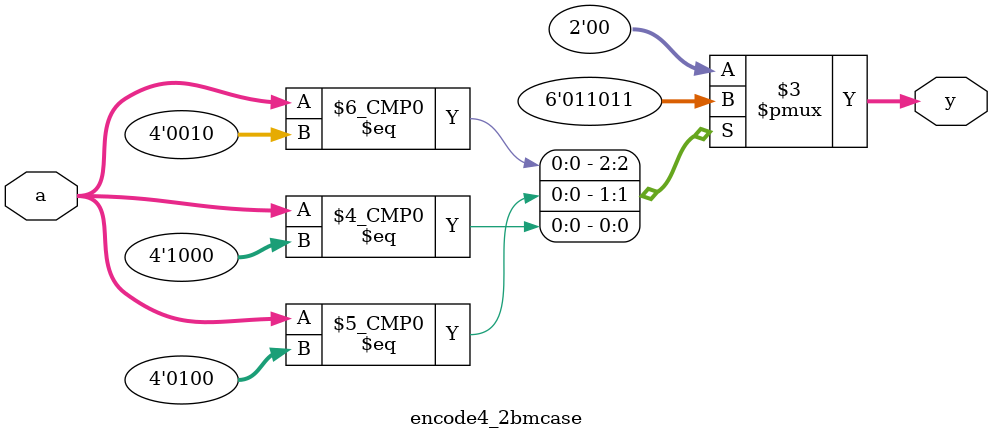
<source format=v>
module encode4_2bmcase(input [3:0] a, output reg [1:0] y);

always@(a)
begin
	case(a)
	4'b0001 : y = 2'b00;
	4'b0010 : y = 2'b01;
	4'b0100 : y = 2'b10;
        4'b1000 : y = 2'b11;
	default : y = 2'b00;
endcase
end 
endmodule

</source>
